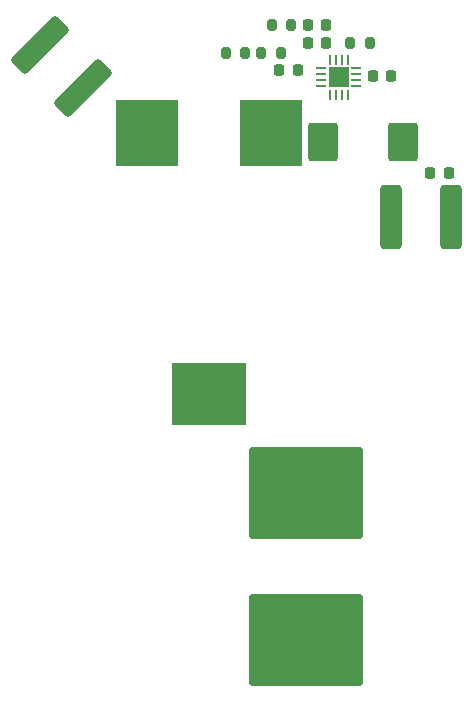
<source format=gtp>
G04 #@! TF.GenerationSoftware,KiCad,Pcbnew,8.0.1*
G04 #@! TF.CreationDate,2024-05-01T12:53:58+08:00*
G04 #@! TF.ProjectId,BatteryPod,42617474-6572-4795-906f-642e6b696361,rev?*
G04 #@! TF.SameCoordinates,Original*
G04 #@! TF.FileFunction,Paste,Top*
G04 #@! TF.FilePolarity,Positive*
%FSLAX46Y46*%
G04 Gerber Fmt 4.6, Leading zero omitted, Abs format (unit mm)*
G04 Created by KiCad (PCBNEW 8.0.1) date 2024-05-01 12:53:58*
%MOMM*%
%LPD*%
G01*
G04 APERTURE LIST*
G04 Aperture macros list*
%AMRoundRect*
0 Rectangle with rounded corners*
0 $1 Rounding radius*
0 $2 $3 $4 $5 $6 $7 $8 $9 X,Y pos of 4 corners*
0 Add a 4 corners polygon primitive as box body*
4,1,4,$2,$3,$4,$5,$6,$7,$8,$9,$2,$3,0*
0 Add four circle primitives for the rounded corners*
1,1,$1+$1,$2,$3*
1,1,$1+$1,$4,$5*
1,1,$1+$1,$6,$7*
1,1,$1+$1,$8,$9*
0 Add four rect primitives between the rounded corners*
20,1,$1+$1,$2,$3,$4,$5,0*
20,1,$1+$1,$4,$5,$6,$7,0*
20,1,$1+$1,$6,$7,$8,$9,0*
20,1,$1+$1,$8,$9,$2,$3,0*%
G04 Aperture macros list end*
%ADD10RoundRect,0.249998X-4.550002X3.650002X-4.550002X-3.650002X4.550002X-3.650002X4.550002X3.650002X0*%
%ADD11R,0.812800X0.254000*%
%ADD12R,0.254000X0.812800*%
%ADD13R,1.752600X1.752600*%
%ADD14R,5.334000X5.588000*%
%ADD15R,6.350000X5.283200*%
%ADD16RoundRect,0.250000X2.192031X1.272792X1.272792X2.192031X-2.192031X-1.272792X-1.272792X-2.192031X0*%
%ADD17RoundRect,0.250000X-0.650000X-2.450000X0.650000X-2.450000X0.650000X2.450000X-0.650000X2.450000X0*%
%ADD18RoundRect,0.200000X-0.200000X-0.275000X0.200000X-0.275000X0.200000X0.275000X-0.200000X0.275000X0*%
%ADD19RoundRect,0.200000X0.200000X0.275000X-0.200000X0.275000X-0.200000X-0.275000X0.200000X-0.275000X0*%
%ADD20RoundRect,0.225000X0.225000X0.250000X-0.225000X0.250000X-0.225000X-0.250000X0.225000X-0.250000X0*%
%ADD21RoundRect,0.225000X-0.225000X-0.250000X0.225000X-0.250000X0.225000X0.250000X-0.225000X0.250000X0*%
%ADD22RoundRect,0.250000X-1.000000X1.400000X-1.000000X-1.400000X1.000000X-1.400000X1.000000X1.400000X0*%
G04 APERTURE END LIST*
D10*
X112200000Y-119450000D03*
X112200000Y-131950000D03*
D11*
X116450000Y-85026989D03*
X116450000Y-84526863D03*
X116450000Y-84026737D03*
X116450000Y-83526611D03*
D12*
X115726989Y-82803600D03*
X115226863Y-82803600D03*
X114726737Y-82803600D03*
X114226611Y-82803600D03*
D11*
X113503600Y-83526611D03*
X113503600Y-84026737D03*
X113503600Y-84526863D03*
X113503600Y-85026989D03*
D12*
X114226611Y-85750000D03*
X114726737Y-85750000D03*
X115226863Y-85750000D03*
X115726989Y-85750000D03*
D13*
X114976800Y-84276800D03*
D14*
X109215001Y-89000000D03*
X98785002Y-89000000D03*
D15*
X104000000Y-111075001D03*
D16*
X93303122Y-85203122D03*
X89696878Y-81596878D03*
D17*
X119400000Y-96100000D03*
X124500000Y-96100000D03*
D18*
X109325000Y-79900000D03*
X110975000Y-79900000D03*
D19*
X117625000Y-81400000D03*
X115975000Y-81400000D03*
D20*
X109950000Y-83675000D03*
X111500000Y-83675000D03*
X113900000Y-79900000D03*
X112350000Y-79900000D03*
X113900000Y-81400000D03*
X112350000Y-81400000D03*
D21*
X122725000Y-92400000D03*
X124275000Y-92400000D03*
D20*
X119425000Y-84200000D03*
X117875000Y-84200000D03*
D18*
X108400000Y-82200000D03*
X110050000Y-82200000D03*
X105400000Y-82200000D03*
X107050000Y-82200000D03*
D22*
X120450000Y-89800000D03*
X113650000Y-89800000D03*
M02*

</source>
